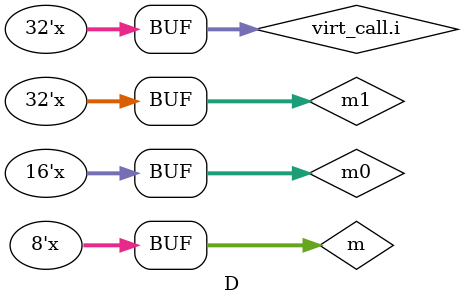
<source format=sv>

module B_top // "b_mod"
(
);


//------------------------------------------------------------------------------
// Child module instances

C c_mod
(

);

D d_mod
(

);

endmodule



//==============================================================================
//
// Module: C (test_virtual3.cpp:71:5)
//
module C // "b_mod.c_mod"
(
);

// Variables generated for SystemC signals

//------------------------------------------------------------------------------
// Method process: virt_call (test_virtual3.cpp:30:5) 

// Process-local variables
logic signed [15:0] m0;

always_comb 
begin : virt_call     // test_virtual3.cpp:30:5
    // Call f() begin
    m0 = m0 + 2;
    // Call f() end
end

endmodule



//==============================================================================
//
// Module: D (test_virtual3.cpp:72:5)
//
module D // "b_mod.d_mod"
(
);

// Variables generated for SystemC signals

//------------------------------------------------------------------------------
// Method process: virt_call (test_virtual3.cpp:30:5) 

// Process-local variables
logic signed [31:0] m1;
logic signed [15:0] m0;
logic signed [7:0] m;

always_comb 
begin : virt_call     // test_virtual3.cpp:30:5
    integer i;
    // Call f() begin
    m1 = m1 + 3;
    m0 = m0 + 3;
    m = m + 3;
    i = m1 + m0 + m;
    // Call f() end
end

endmodule



</source>
